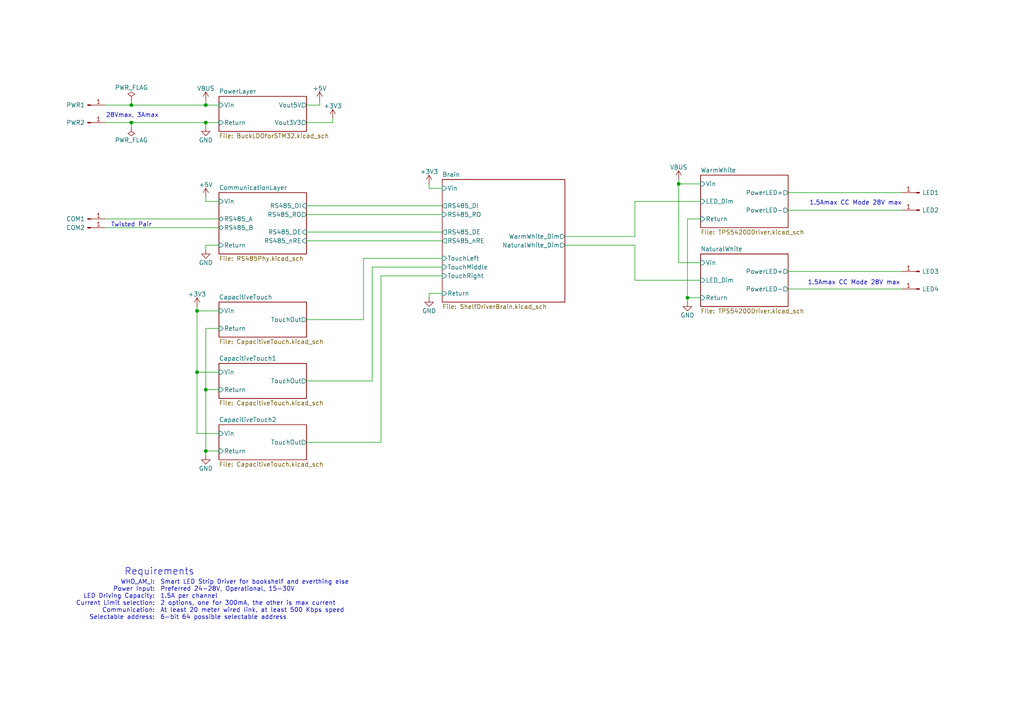
<source format=kicad_sch>
(kicad_sch (version 20231120) (generator "eeschema") (generator_version "8.0")
  (paper "A4")
  (lib_symbols
    (symbol "Connector:Conn_01x01_Pin" (pin_names (offset 1.016) hide)
      (property "Reference" "J" (at 0 2.54 0))
      (property "Value" "Conn_01x01_Pin" (at 0 -2.54 0))
      (symbol "Conn_01x01_Pin_1_1"
        (polyline (pts (xy 1.27 0) (xy 0.8636 0)) (stroke (width 0.1524)))
        (rectangle (start 0.8636 0.127) (end 0 -0.127) (stroke (width 0.1524)) (fill (type outline)))
        (pin passive line (at 5.08 0 180) (length 3.81) (name "Pin_1") (number "1"))
      )
    )
    (symbol "power:+3V3" (power) (pin_numbers hide) (pin_names (offset 0) hide)
      (property "Value" "+3V3" (at 0 3.556 0))
      (symbol "+3V3_0_1"
        (polyline (pts (xy -0.762 1.27) (xy 0 2.54)))
        (polyline (pts (xy 0 0) (xy 0 2.54)))
        (polyline (pts (xy 0 2.54) (xy 0.762 1.27)))
      )
      (symbol "+3V3_1_1"
        (pin power_in line (at 0 0 90) (length 0) (name "~") (number "1"))
      )
    )
    (symbol "power:+5V" (power) (pin_numbers hide) (pin_names (offset 0) hide)
      (property "Value" "+5V" (at 0 3.556 0))
      (symbol "+5V_0_1"
        (polyline (pts (xy -0.762 1.27) (xy 0 2.54)))
        (polyline (pts (xy 0 0) (xy 0 2.54)))
        (polyline (pts (xy 0 2.54) (xy 0.762 1.27)))
      )
      (symbol "+5V_1_1"
        (pin power_in line (at 0 0 90) (length 0) (name "~") (number "1"))
      )
    )
    (symbol "power:GND" (power) (pin_numbers hide) (pin_names (offset 0) hide)
      (property "Value" "GND" (at 0 -3.81 0))
      (symbol "GND_0_1"
        (polyline (pts (xy 0 0) (xy 0 -1.27) (xy 1.27 -1.27) (xy 0 -2.54) (xy -1.27 -1.27) (xy 0 -1.27)))
      )
      (symbol "GND_1_1"
        (pin power_in line (at 0 0 270) (length 0) (name "~") (number "1"))
      )
    )
    (symbol "power:PWR_FLAG" (power) (pin_numbers hide) (pin_names (offset 0) hide)
      (property "Value" "PWR_FLAG" (at 0 3.81 0))
      (symbol "PWR_FLAG_0_0"
        (pin power_out line (at 0 0 90) (length 0) (name "~") (number "1"))
      )
      (symbol "PWR_FLAG_0_1"
        (polyline (pts (xy 0 0) (xy 0 1.27) (xy -1.016 1.905) (xy 0 2.54) (xy 1.016 1.905) (xy 0 1.27)))
      )
    )
    (symbol "power:VBUS" (power) (pin_numbers hide) (pin_names (offset 0) hide)
      (property "Value" "VBUS" (at 0 3.556 0))
      (symbol "VBUS_0_1"
        (polyline (pts (xy -0.762 1.27) (xy 0 2.54)))
        (polyline (pts (xy 0 0) (xy 0 2.54)))
        (polyline (pts (xy 0 2.54) (xy 0.762 1.27)))
      )
      (symbol "VBUS_1_1"
        (pin power_in line (at 0 0 90) (length 0) (name "~") (number "1"))
      )
    )
  )
  (junction (at 38.1 35.56))
  (junction (at 57.15 90.17))
  (junction (at 59.69 113.03))
  (junction (at 199.39 86.36))
  (junction (at 57.15 107.95))
  (junction (at 59.69 130.81))
  (junction (at 38.1 30.48))
  (junction (at 59.69 30.48))
  (junction (at 196.85 53.34))
  (junction (at 59.69 35.56))
  (wire (pts (xy 57.15 88.9) (xy 57.15 90.17)))
  (wire (pts (xy 163.83 71.12) (xy 184.15 71.12)))
  (wire (pts (xy 57.15 125.73) (xy 63.5 125.73)))
  (wire (pts (xy 59.69 95.25) (xy 59.69 113.03)))
  (wire (pts (xy 59.69 113.03) (xy 63.5 113.03)))
  (wire (pts (xy 38.1 35.56) (xy 38.1 36.83)))
  (wire (pts (xy 199.39 87.63) (xy 199.39 86.36)))
  (wire (pts (xy 59.69 36.83) (xy 59.69 35.56)))
  (wire (pts (xy 59.69 132.08) (xy 59.69 130.81)))
  (wire (pts (xy 57.15 107.95) (xy 63.5 107.95)))
  (wire (pts (xy 59.69 57.15) (xy 59.69 58.42)))
  (wire (pts (xy 59.69 30.48) (xy 38.1 30.48)))
  (wire (pts (xy 96.52 34.29) (xy 96.52 35.56)))
  (wire (pts (xy 110.49 80.01) (xy 128.27 80.01)))
  (wire (pts (xy 59.69 30.48) (xy 63.5 30.48)))
  (wire (pts (xy 184.15 68.58) (xy 184.15 58.42)))
  (wire (pts (xy 228.6 83.82) (xy 261.62 83.82)))
  (wire (pts (xy 105.41 92.71) (xy 105.41 74.93)))
  (wire (pts (xy 124.46 53.34) (xy 124.46 54.61)))
  (wire (pts (xy 196.85 52.07) (xy 196.85 53.34)))
  (wire (pts (xy 38.1 35.56) (xy 30.48 35.56)))
  (wire (pts (xy 63.5 63.5) (xy 30.48 63.5)))
  (wire (pts (xy 184.15 81.28) (xy 203.2 81.28)))
  (wire (pts (xy 163.83 68.58) (xy 184.15 68.58)))
  (wire (pts (xy 59.69 35.56) (xy 38.1 35.56)))
  (wire (pts (xy 110.49 80.01) (xy 110.49 128.27)))
  (wire (pts (xy 59.69 35.56) (xy 63.5 35.56)))
  (wire (pts (xy 196.85 76.2) (xy 203.2 76.2)))
  (wire (pts (xy 59.69 113.03) (xy 59.69 130.81)))
  (wire (pts (xy 105.41 74.93) (xy 128.27 74.93)))
  (wire (pts (xy 57.15 90.17) (xy 63.5 90.17)))
  (wire (pts (xy 199.39 63.5) (xy 203.2 63.5)))
  (wire (pts (xy 59.69 29.21) (xy 59.69 30.48)))
  (wire (pts (xy 88.9 110.49) (xy 107.95 110.49)))
  (wire (pts (xy 107.95 77.47) (xy 107.95 110.49)))
  (wire (pts (xy 107.95 77.47) (xy 128.27 77.47)))
  (wire (pts (xy 124.46 54.61) (xy 128.27 54.61)))
  (wire (pts (xy 38.1 30.48) (xy 30.48 30.48)))
  (wire (pts (xy 228.6 55.88) (xy 261.62 55.88)))
  (wire (pts (xy 57.15 90.17) (xy 57.15 107.95)))
  (wire (pts (xy 228.6 60.96) (xy 261.62 60.96)))
  (wire (pts (xy 57.15 107.95) (xy 57.15 125.73)))
  (wire (pts (xy 124.46 86.36) (xy 124.46 85.09)))
  (wire (pts (xy 184.15 58.42) (xy 203.2 58.42)))
  (wire (pts (xy 38.1 29.21) (xy 38.1 30.48)))
  (wire (pts (xy 88.9 59.69) (xy 128.27 59.69)))
  (wire (pts (xy 59.69 58.42) (xy 63.5 58.42)))
  (wire (pts (xy 196.85 53.34) (xy 203.2 53.34)))
  (wire (pts (xy 59.69 95.25) (xy 63.5 95.25)))
  (wire (pts (xy 63.5 66.04) (xy 30.48 66.04)))
  (wire (pts (xy 228.6 78.74) (xy 261.62 78.74)))
  (wire (pts (xy 59.69 72.39) (xy 59.69 71.12)))
  (wire (pts (xy 88.9 128.27) (xy 110.49 128.27)))
  (wire (pts (xy 88.9 62.23) (xy 128.27 62.23)))
  (wire (pts (xy 59.69 71.12) (xy 63.5 71.12)))
  (wire (pts (xy 199.39 86.36) (xy 203.2 86.36)))
  (wire (pts (xy 88.9 69.85) (xy 128.27 69.85)))
  (wire (pts (xy 96.52 35.56) (xy 88.9 35.56)))
  (wire (pts (xy 184.15 71.12) (xy 184.15 81.28)))
  (wire (pts (xy 199.39 63.5) (xy 199.39 86.36)))
  (wire (pts (xy 92.71 29.21) (xy 92.71 30.48)))
  (wire (pts (xy 88.9 92.71) (xy 105.41 92.71)))
  (wire (pts (xy 124.46 85.09) (xy 128.27 85.09)))
  (wire (pts (xy 59.69 130.81) (xy 63.5 130.81)))
  (wire (pts (xy 196.85 53.34) (xy 196.85 76.2)))
  (wire (pts (xy 92.71 30.48) (xy 88.9 30.48)))
  (wire (pts (xy 88.9 67.31) (xy 128.27 67.31)))
  (text "Requirements" (exclude_from_sim yes) (at 46.228 165.862 0) (effects (font (size 2 2))))
  (text "Smart LED Strip Driver for bookshelf and everthing else\nPreferred 24-28V, Operational, 15-30V\n1.5A per channel\n2 options, one for 300mA, the other is max current\nAt least 20 meter wired link, at least 500 Kbps speed\n6-bit 64 possible selectable address" (exclude_from_sim yes) (at 46.482 168.148 0) (effects (font (size 1.27 1.27)) (justify left top)))
  (text "1.5Amax CC Mode 28V max" (at 247.65 82.042 0) (effects (font (size 1.27 1.27))))
  (text "1.5Amax CC Mode 28V max" (at 248.158 58.928 0) (effects (font (size 1.27 1.27))))
  (text "28Vmax, 3Amax" (at 38.354 33.528 0) (effects (font (size 1.27 1.27))))
  (text "Twisted Pair" (at 38.1 65.278 0) (effects (font (size 1.27 1.27))))
  (text "WHO_AM_I:\nPower Input:\nLED Driving Capacity:\nCurrent Limit selection:\nCommunication:\nSelectable address:" (exclude_from_sim yes) (at 44.958 168.148 0) (effects (font (size 1.27 1.27)) (justify right top)))
  (symbol (lib_id "power:GND") (at 59.69 36.83 0) (unit 1)
    (property "Reference" "#PWR05" (effects (hide yes)))
    (property "Value" "GND" (at 59.69 40.64 0))
    (property "Description" "Power symbol creates a global label with name \"GND\" , ground" (effects (hide yes)))
  )
  (symbol (lib_id "Connector:Conn_01x01_Pin") (at 25.4 30.48 0) (mirror x) (unit 1) (in_bom no)
    (property "Reference" "PWR1" (at 24.638 30.48 0) (effects (justify right)))
    (property "Value" "Conn_01x01_Pin" (effects (hide yes)))
    (property "Footprint" "CoF_Connector:SolderPt_2.5x4mm" (effects (hide yes)))
    (property "Description" "Generic connector, single row, 01x01, script generated" (effects (hide yes)))
  )
  (symbol (lib_id "Connector:Conn_01x01_Pin") (at 266.7 83.82 180) (unit 1) (in_bom no)
    (property "Reference" "LED4" (at 267.462 83.82 0) (effects (justify right)))
    (property "Value" "Conn_01x01_Pin" (effects (hide yes)))
    (property "Footprint" "CoF_Connector:SolderPt_2.5x4mm" (effects (hide yes)))
    (property "Description" "Generic connector, single row, 01x01, script generated" (effects (hide yes)))
  )
  (symbol (lib_id "power:+5V") (at 59.69 57.15 0) (mirror y) (unit 1)
    (property "Reference" "#PWR011" (effects (hide yes)))
    (property "Value" "+5V" (at 59.69 53.594 0))
    (property "Description" "Power symbol creates a global label with name \"+5V\"" (effects (hide yes)))
  )
  (symbol (lib_id "power:+3V3") (at 57.15 88.9 0) (unit 1)
    (property "Reference" "#PWR013" (effects (hide yes)))
    (property "Value" "+3V3" (at 57.15 85.344 0))
    (property "Description" "Power symbol creates a global label with name \"+3V3\"" (effects (hide yes)))
  )
  (symbol (lib_id "Connector:Conn_01x01_Pin") (at 25.4 35.56 0) (unit 1) (in_bom no)
    (property "Reference" "PWR2" (at 24.638 35.56 0) (effects (justify right)))
    (property "Value" "Conn_01x01_Pin" (effects (hide yes)))
    (property "Footprint" "CoF_Connector:SolderPt_2.5x4mm" (effects (hide yes)))
    (property "Description" "Generic connector, single row, 01x01, script generated" (effects (hide yes)))
  )
  (symbol (lib_id "power:GND") (at 59.69 132.08 0) (unit 1)
    (property "Reference" "#PWR03" (effects (hide yes)))
    (property "Value" "GND" (at 59.69 135.89 0))
    (property "Description" "Power symbol creates a global label with name \"GND\" , ground" (effects (hide yes)))
  )
  (symbol (lib_id "power:+5V") (at 92.71 29.21 0) (unit 1)
    (property "Reference" "#PWR010" (effects (hide yes)))
    (property "Value" "+5V" (at 92.71 25.654 0))
    (property "Description" "Power symbol creates a global label with name \"+5V\"" (effects (hide yes)))
  )
  (symbol (lib_id "power:VBUS") (at 59.69 29.21 0) (unit 1)
    (property "Reference" "#PWR09" (effects (hide yes)))
    (property "Value" "VBUS" (at 59.69 25.654 0))
    (property "Description" "Power symbol creates a global label with name \"VBUS\"" (effects (hide yes)))
  )
  (symbol (lib_id "Connector:Conn_01x01_Pin") (at 25.4 66.04 0) (mirror x) (unit 1) (in_bom no)
    (property "Reference" "COM2" (at 24.638 66.04 0) (effects (justify right)))
    (property "Value" "Conn_01x01_Pin" (effects (hide yes)))
    (property "Footprint" "CoF_Connector:SolderPt_2.5x4mm" (effects (hide yes)))
    (property "Description" "Generic connector, single row, 01x01, script generated" (effects (hide yes)))
  )
  (symbol (lib_id "power:GND") (at 199.39 87.63 0) (unit 1)
    (property "Reference" "#PWR07" (effects (hide yes)))
    (property "Value" "GND" (at 199.39 91.44 0))
    (property "Description" "Power symbol creates a global label with name \"GND\" , ground" (effects (hide yes)))
  )
  (symbol (lib_id "power:+3V3") (at 96.52 34.29 0) (unit 1)
    (property "Reference" "#PWR012" (effects (hide yes)))
    (property "Value" "+3V3" (at 96.52 30.734 0))
    (property "Description" "Power symbol creates a global label with name \"+3V3\"" (effects (hide yes)))
  )
  (symbol (lib_id "power:GND") (at 59.69 72.39 0) (unit 1)
    (property "Reference" "#PWR04" (effects (hide yes)))
    (property "Value" "GND" (at 59.69 76.2 0))
    (property "Description" "Power symbol creates a global label with name \"GND\" , ground" (effects (hide yes)))
  )
  (symbol (lib_id "power:+3V3") (at 124.46 53.34 0) (unit 1)
    (property "Reference" "#PWR015" (effects (hide yes)))
    (property "Value" "+3V3" (at 124.46 49.784 0))
    (property "Description" "Power symbol creates a global label with name \"+3V3\"" (effects (hide yes)))
  )
  (symbol (lib_id "power:GND") (at 124.46 86.36 0) (unit 1)
    (property "Reference" "#PWR06" (effects (hide yes)))
    (property "Value" "GND" (at 124.46 90.17 0))
    (property "Description" "Power symbol creates a global label with name \"GND\" , ground" (effects (hide yes)))
  )
  (symbol (lib_id "power:PWR_FLAG") (at 38.1 29.21 0) (unit 1)
    (property "Reference" "#FLG01" (effects (hide yes)))
    (property "Value" "PWR_FLAG" (at 38.1 25.4 0))
    (property "Description" "Special symbol for telling ERC where power comes from" (effects (hide yes)))
  )
  (symbol (lib_id "power:VBUS") (at 196.85 52.07 0) (unit 1)
    (property "Reference" "#PWR014" (effects (hide yes)))
    (property "Value" "VBUS" (at 196.85 48.514 0))
    (property "Description" "Power symbol creates a global label with name \"VBUS\"" (effects (hide yes)))
  )
  (symbol (lib_id "Connector:Conn_01x01_Pin") (at 25.4 63.5 0) (mirror x) (unit 1) (in_bom no)
    (property "Reference" "COM1" (at 24.638 63.5 0) (effects (justify right)))
    (property "Value" "Conn_01x01_Pin" (effects (hide yes)))
    (property "Footprint" "CoF_Connector:SolderPt_2.5x4mm" (effects (hide yes)))
    (property "Description" "Generic connector, single row, 01x01, script generated" (effects (hide yes)))
  )
  (symbol (lib_id "Connector:Conn_01x01_Pin") (at 266.7 55.88 180) (unit 1) (in_bom no)
    (property "Reference" "LED1" (at 267.462 55.88 0) (effects (justify right)))
    (property "Value" "Conn_01x01_Pin" (effects (hide yes)))
    (property "Footprint" "CoF_Connector:SolderPt_2.5x4mm" (effects (hide yes)))
    (property "Description" "Generic connector, single row, 01x01, script generated" (effects (hide yes)))
  )
  (symbol (lib_id "Connector:Conn_01x01_Pin") (at 266.7 60.96 180) (unit 1) (in_bom no)
    (property "Reference" "LED2" (at 267.462 60.96 0) (effects (justify right)))
    (property "Value" "Conn_01x01_Pin" (effects (hide yes)))
    (property "Footprint" "CoF_Connector:SolderPt_2.5x4mm" (effects (hide yes)))
    (property "Description" "Generic connector, single row, 01x01, script generated" (effects (hide yes)))
  )
  (symbol (lib_id "Connector:Conn_01x01_Pin") (at 266.7 78.74 180) (unit 1) (in_bom no)
    (property "Reference" "LED3" (at 267.462 78.74 0) (effects (justify right)))
    (property "Value" "Conn_01x01_Pin" (effects (hide yes)))
    (property "Footprint" "CoF_Connector:SolderPt_2.5x4mm" (effects (hide yes)))
    (property "Description" "Generic connector, single row, 01x01, script generated" (effects (hide yes)))
  )
  (symbol (lib_id "power:PWR_FLAG") (at 38.1 36.83 180) (unit 1)
    (property "Reference" "#FLG02" (effects (hide yes)))
    (property "Value" "PWR_FLAG" (at 38.1 40.64 0))
    (property "Description" "Special symbol for telling ERC where power comes from" (effects (hide yes)))
  )
  (sheet (at 63.5 55.88) (size 25.4 17.78) (stroke (width 0.1524))
    (property "Sheetname" "CommunicationLayer" (at 63.5 55.1684 0) (effects (justify left bottom)))
    (property "Sheetfile" "RS485Phy.kicad_sch" (at 63.5 74.2446 0) (effects (justify left top)))
    (pin "Return" input (at 63.5 71.12 180))
    (pin "Vin" input (at 63.5 58.42 180))
    (pin "RS485_B" bidirectional (at 63.5 66.04 180))
    (pin "RS485_A" bidirectional (at 63.5 63.5 180))
    (pin "RS485_RO" output (at 88.9 62.23 0))
    (pin "RS485_nRE" input (at 88.9 69.85 0))
    (pin "RS485_DE" input (at 88.9 67.31 0))
    (pin "RS485_DI" input (at 88.9 59.69 0))
  )
  (sheet (at 128.27 52.07) (size 35.56 35.56) (stroke (width 0.1524))
    (property "Sheetname" "Brain" (at 128.27 51.3584 0) (effects (justify left bottom)))
    (property "Sheetfile" "ShelfDriverBrain.kicad_sch" (at 128.27 88.2146 0) (effects (justify left top)))
    (pin "TouchLeft" input (at 128.27 74.93 180))
    (pin "Vin" input (at 128.27 54.61 180))
    (pin "TouchRight" input (at 128.27 80.01 180))
    (pin "Return" input (at 128.27 85.09 180))
    (pin "TouchMiddle" input (at 128.27 77.47 180))
    (pin "RS485_nRE" output (at 128.27 69.85 180))
    (pin "RS485_RO" input (at 128.27 62.23 180))
    (pin "RS485_DE" output (at 128.27 67.31 180))
    (pin "RS485_DI" output (at 128.27 59.69 180))
    (pin "WarmWhite_Dim" output (at 163.83 68.58 0))
    (pin "NaturalWhite_Dim" output (at 163.83 71.12 0))
  )
  (sheet (at 63.5 87.63) (size 25.4 10.16) (stroke (width 0.1524))
    (property "Sheetname" "CapacitiveTouch" (at 63.5 86.9184 0) (effects (justify left bottom)))
    (property "Sheetfile" "CapacitiveTouch.kicad_sch" (at 63.5 98.3746 0) (effects (justify left top)))
    (pin "Return" input (at 63.5 95.25 180))
    (pin "Vin" input (at 63.5 90.17 180))
    (pin "TouchOut" output (at 88.9 92.71 0))
  )
  (sheet (at 203.2 73.66) (size 25.4 15.24) (stroke (width 0.1524))
    (property "Sheetname" "NaturalWhite" (at 203.2 72.9484 0) (effects (justify left bottom)))
    (property "Sheetfile" "TPS54200Driver.kicad_sch" (at 203.2 89.4846 0) (effects (justify left top)))
    (pin "Return" input (at 203.2 86.36 180))
    (pin "PowerLED+" output (at 228.6 78.74 0))
    (pin "PowerLED-" output (at 228.6 83.82 0))
    (pin "Vin" input (at 203.2 76.2 180))
    (pin "LED_Dim" input (at 203.2 81.28 180))
  )
  (sheet (at 63.5 105.41) (size 25.4 10.16) (stroke (width 0.1524))
    (property "Sheetname" "CapacitiveTouch1" (at 63.5 104.6984 0) (effects (justify left bottom)))
    (property "Sheetfile" "CapacitiveTouch.kicad_sch" (at 63.5 116.1546 0) (effects (justify left top)))
    (pin "Return" input (at 63.5 113.03 180))
    (pin "Vin" input (at 63.5 107.95 180))
    (pin "TouchOut" output (at 88.9 110.49 0))
  )
  (sheet (at 203.2 50.8) (size 25.4 15.24) (stroke (width 0.1524))
    (property "Sheetname" "WarmWhite" (at 203.2 50.0884 0) (effects (justify left bottom)))
    (property "Sheetfile" "TPS54200Driver.kicad_sch" (at 203.2 66.6246 0) (effects (justify left top)))
    (pin "Return" input (at 203.2 63.5 180))
    (pin "PowerLED+" output (at 228.6 55.88 0))
    (pin "PowerLED-" output (at 228.6 60.96 0))
    (pin "Vin" input (at 203.2 53.34 180))
    (pin "LED_Dim" input (at 203.2 58.42 180))
  )
  (sheet (at 63.5 27.94) (size 25.4 10.16) (stroke (width 0.1524))
    (property "Sheetname" "PowerLayer" (at 63.5 27.2284 0) (effects (justify left bottom)))
    (property "Sheetfile" "BuckLDOforSTM32.kicad_sch" (at 63.5 38.6846 0) (effects (justify left top)))
    (pin "Return" input (at 63.5 35.56 180))
    (pin "Vin" input (at 63.5 30.48 180))
    (pin "Vout5V" output (at 88.9 30.48 0))
    (pin "Vout3V3" output (at 88.9 35.56 0))
  )
  (sheet (at 63.5 123.19) (size 25.4 10.16) (stroke (width 0.1524))
    (property "Sheetname" "CapacitiveTouch2" (at 63.5 122.4784 0) (effects (justify left bottom)))
    (property "Sheetfile" "CapacitiveTouch.kicad_sch" (at 63.5 133.9346 0) (effects (justify left top)))
    (pin "Return" input (at 63.5 130.81 180))
    (pin "Vin" input (at 63.5 125.73 180))
    (pin "TouchOut" output (at 88.9 128.27 0))
  )
)
</source>
